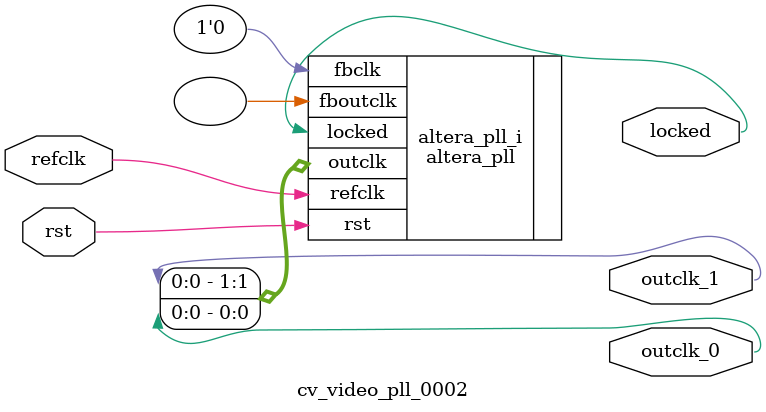
<source format=v>
`timescale 1ns/10ps
module  cv_video_pll_0002(

	// interface 'refclk'
	input wire refclk,

	// interface 'reset'
	input wire rst,

	// interface 'outclk0'
	output wire outclk_0,

	// interface 'outclk1'
	output wire outclk_1,

	// interface 'locked'
	output wire locked
);

	altera_pll #(
		.fractional_vco_multiplier("true"),
		.reference_clock_frequency("100.0 MHz"),
		.operation_mode("normal"),
		.number_of_clocks(2),
		.output_clock_frequency0("138.999995 MHz"),
		.phase_shift0("0 ps"),
		.duty_cycle0(50),
		.output_clock_frequency1("15.977010 MHz"),
		.phase_shift1("0 ps"),
		.duty_cycle1(50),
		.output_clock_frequency2("0 MHz"),
		.phase_shift2("0 ps"),
		.duty_cycle2(50),
		.output_clock_frequency3("0 MHz"),
		.phase_shift3("0 ps"),
		.duty_cycle3(50),
		.output_clock_frequency4("0 MHz"),
		.phase_shift4("0 ps"),
		.duty_cycle4(50),
		.output_clock_frequency5("0 MHz"),
		.phase_shift5("0 ps"),
		.duty_cycle5(50),
		.output_clock_frequency6("0 MHz"),
		.phase_shift6("0 ps"),
		.duty_cycle6(50),
		.output_clock_frequency7("0 MHz"),
		.phase_shift7("0 ps"),
		.duty_cycle7(50),
		.output_clock_frequency8("0 MHz"),
		.phase_shift8("0 ps"),
		.duty_cycle8(50),
		.output_clock_frequency9("0 MHz"),
		.phase_shift9("0 ps"),
		.duty_cycle9(50),
		.output_clock_frequency10("0 MHz"),
		.phase_shift10("0 ps"),
		.duty_cycle10(50),
		.output_clock_frequency11("0 MHz"),
		.phase_shift11("0 ps"),
		.duty_cycle11(50),
		.output_clock_frequency12("0 MHz"),
		.phase_shift12("0 ps"),
		.duty_cycle12(50),
		.output_clock_frequency13("0 MHz"),
		.phase_shift13("0 ps"),
		.duty_cycle13(50),
		.output_clock_frequency14("0 MHz"),
		.phase_shift14("0 ps"),
		.duty_cycle14(50),
		.output_clock_frequency15("0 MHz"),
		.phase_shift15("0 ps"),
		.duty_cycle15(50),
		.output_clock_frequency16("0 MHz"),
		.phase_shift16("0 ps"),
		.duty_cycle16(50),
		.output_clock_frequency17("0 MHz"),
		.phase_shift17("0 ps"),
		.duty_cycle17(50),
		.pll_type("General"),
		.pll_subtype("General")
	) altera_pll_i (
		.rst	(rst),
		.outclk	({outclk_1, outclk_0}),
		.locked	(locked),
		.fboutclk	( ),
		.fbclk	(1'b0),
		.refclk	(refclk)
	);
endmodule


</source>
